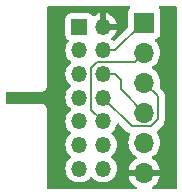
<source format=gbr>
%TF.GenerationSoftware,KiCad,Pcbnew,8.0.8-rc1*%
%TF.CreationDate,2026-02-12T14:51:53+09:00*%
%TF.ProjectId,jtag_14pa,6a746167-5f31-4347-9061-2e6b69636164,rev?*%
%TF.SameCoordinates,Original*%
%TF.FileFunction,Copper,L1,Top*%
%TF.FilePolarity,Positive*%
%FSLAX46Y46*%
G04 Gerber Fmt 4.6, Leading zero omitted, Abs format (unit mm)*
G04 Created by KiCad (PCBNEW 8.0.8-rc1) date 2026-02-12 14:51:53*
%MOMM*%
%LPD*%
G01*
G04 APERTURE LIST*
%TA.AperFunction,ComponentPad*%
%ADD10R,1.700000X1.700000*%
%TD*%
%TA.AperFunction,ComponentPad*%
%ADD11O,1.700000X1.700000*%
%TD*%
%TA.AperFunction,ComponentPad*%
%ADD12R,1.350000X1.350000*%
%TD*%
%TA.AperFunction,ComponentPad*%
%ADD13O,1.350000X1.350000*%
%TD*%
%TA.AperFunction,Conductor*%
%ADD14C,0.200000*%
%TD*%
G04 APERTURE END LIST*
D10*
%TO.P,J1,1,Pin_1*%
%TO.N,/TMS*%
X140500000Y-84150000D03*
D11*
%TO.P,J1,2,Pin_2*%
%TO.N,/TDI*%
X140500000Y-86690000D03*
%TO.P,J1,3,Pin_3*%
%TO.N,/TDO*%
X140500000Y-89230000D03*
%TO.P,J1,4,Pin_4*%
%TO.N,/TCK*%
X140500000Y-91770000D03*
%TO.P,J1,5,Pin_5*%
%TO.N,/GND*%
X140500000Y-94310000D03*
%TO.P,J1,6,Pin_6*%
%TO.N,/VDD*%
X140500000Y-96850000D03*
%TD*%
D12*
%TO.P,J2,1,Pin_1*%
%TO.N,unconnected-(J2-Pin_1-Pad1)*%
X135000000Y-84500000D03*
D13*
%TO.P,J2,2,Pin_2*%
%TO.N,/VDD*%
X137000000Y-84500000D03*
%TO.P,J2,3,Pin_3*%
%TO.N,/GND*%
X135000000Y-86500000D03*
%TO.P,J2,4,Pin_4*%
%TO.N,/TMS*%
X137000000Y-86500000D03*
%TO.P,J2,5,Pin_5*%
%TO.N,/GND*%
X135000000Y-88500000D03*
%TO.P,J2,6,Pin_6*%
%TO.N,/TCK*%
X137000000Y-88500000D03*
%TO.P,J2,7,Pin_7*%
%TO.N,/GND*%
X135000000Y-90500000D03*
%TO.P,J2,8,Pin_8*%
%TO.N,/TDO*%
X137000000Y-90500000D03*
%TO.P,J2,9,Pin_9*%
%TO.N,/GND*%
X135000000Y-92500000D03*
%TO.P,J2,10,Pin_10*%
%TO.N,/TDI*%
X137000000Y-92500000D03*
%TO.P,J2,11,Pin_11*%
%TO.N,/GND*%
X135000000Y-94500000D03*
%TO.P,J2,12,Pin_12*%
%TO.N,unconnected-(J2-Pin_12-Pad12)*%
X137000000Y-94500000D03*
%TO.P,J2,13,Pin_13*%
%TO.N,/GND*%
X135000000Y-96500000D03*
%TO.P,J2,14,Pin_14*%
%TO.N,unconnected-(J2-Pin_14-Pad14)*%
X137000000Y-96500000D03*
%TD*%
D14*
%TO.N,/TDI*%
X140500000Y-86690000D02*
X139715000Y-87475000D01*
X139715000Y-87475000D02*
X136525000Y-87475000D01*
X136525000Y-87475000D02*
X136025000Y-87975000D01*
X136025000Y-87975000D02*
X136025000Y-91525000D01*
X136025000Y-91525000D02*
X137000000Y-92500000D01*
%TO.N,/TMS*%
X140500000Y-84150000D02*
X140350000Y-84150000D01*
X138000000Y-86500000D02*
X137000000Y-86500000D01*
X140350000Y-84150000D02*
X138000000Y-86500000D01*
%TO.N,/TCK*%
X138500000Y-89770000D02*
X138500000Y-89000000D01*
X138000000Y-88500000D02*
X137000000Y-88500000D01*
X140500000Y-91770000D02*
X138500000Y-89770000D01*
X138500000Y-89000000D02*
X138000000Y-88500000D01*
%TO.N,/TDO*%
X141080000Y-92920000D02*
X139420000Y-92920000D01*
X141650000Y-90380000D02*
X141650000Y-92350000D01*
X140500000Y-89230000D02*
X141650000Y-90380000D01*
X141650000Y-92350000D02*
X141080000Y-92920000D01*
X139420000Y-92920000D02*
X137000000Y-90500000D01*
%TD*%
%TA.AperFunction,Conductor*%
%TO.N,/VDD*%
G36*
X139255468Y-82770185D02*
G01*
X139301223Y-82822989D01*
X139311167Y-82892147D01*
X139287695Y-82948811D01*
X139206206Y-83057664D01*
X139206202Y-83057671D01*
X139155908Y-83192517D01*
X139149501Y-83252116D01*
X139149501Y-83252123D01*
X139149500Y-83252135D01*
X139149500Y-84449902D01*
X139129815Y-84516941D01*
X139113181Y-84537583D01*
X137994680Y-85656083D01*
X137933357Y-85689568D01*
X137863665Y-85684584D01*
X137823461Y-85660040D01*
X137748053Y-85591297D01*
X137711774Y-85531587D01*
X137713534Y-85461740D01*
X137748056Y-85408023D01*
X137872054Y-85294985D01*
X138003284Y-85121208D01*
X138100348Y-84926280D01*
X138150505Y-84750000D01*
X137315686Y-84750000D01*
X137320080Y-84745606D01*
X137372741Y-84654394D01*
X137400000Y-84552661D01*
X137400000Y-84447339D01*
X137372741Y-84345606D01*
X137320080Y-84254394D01*
X137315686Y-84250000D01*
X138150505Y-84250000D01*
X138150505Y-84249999D01*
X138100348Y-84073719D01*
X138003284Y-83878791D01*
X137872054Y-83705014D01*
X137711131Y-83558314D01*
X137525987Y-83443677D01*
X137525985Y-83443676D01*
X137322931Y-83365013D01*
X137322921Y-83365010D01*
X137250001Y-83351378D01*
X137250000Y-83351379D01*
X137250000Y-84184314D01*
X137245606Y-84179920D01*
X137154394Y-84127259D01*
X137052661Y-84100000D01*
X136947339Y-84100000D01*
X136845606Y-84127259D01*
X136754394Y-84179920D01*
X136750000Y-84184314D01*
X136750000Y-83351379D01*
X136749998Y-83351378D01*
X136677078Y-83365010D01*
X136677068Y-83365013D01*
X136474014Y-83443676D01*
X136474012Y-83443677D01*
X136288869Y-83558314D01*
X136288868Y-83558314D01*
X136277887Y-83568325D01*
X136215082Y-83598940D01*
X136145695Y-83590740D01*
X136095086Y-83550997D01*
X136032546Y-83467454D01*
X136000783Y-83443676D01*
X135917335Y-83381206D01*
X135917328Y-83381202D01*
X135782482Y-83330908D01*
X135782483Y-83330908D01*
X135722883Y-83324501D01*
X135722881Y-83324500D01*
X135722873Y-83324500D01*
X135722864Y-83324500D01*
X134277129Y-83324500D01*
X134277123Y-83324501D01*
X134217516Y-83330908D01*
X134082671Y-83381202D01*
X134082664Y-83381206D01*
X133967455Y-83467452D01*
X133967452Y-83467455D01*
X133881206Y-83582664D01*
X133881202Y-83582671D01*
X133830908Y-83717517D01*
X133824501Y-83777116D01*
X133824500Y-83777135D01*
X133824500Y-85222870D01*
X133824501Y-85222876D01*
X133830908Y-85282483D01*
X133881202Y-85417328D01*
X133881206Y-85417335D01*
X133950358Y-85509709D01*
X133967454Y-85532546D01*
X134053105Y-85596664D01*
X134094975Y-85652597D01*
X134099959Y-85722289D01*
X134077748Y-85770656D01*
X133996288Y-85878528D01*
X133899184Y-86073537D01*
X133899183Y-86073541D01*
X133855710Y-86226335D01*
X133839564Y-86283081D01*
X133819464Y-86499999D01*
X133819464Y-86500000D01*
X133839564Y-86716918D01*
X133839564Y-86716920D01*
X133839565Y-86716923D01*
X133899183Y-86926459D01*
X133899184Y-86926462D01*
X133996288Y-87121472D01*
X134127574Y-87295324D01*
X134251572Y-87408363D01*
X134287854Y-87468074D01*
X134286093Y-87537922D01*
X134251572Y-87591637D01*
X134127574Y-87704675D01*
X133996288Y-87878527D01*
X133899184Y-88073537D01*
X133898625Y-88075501D01*
X133840241Y-88280703D01*
X133839564Y-88283081D01*
X133819464Y-88499999D01*
X133819464Y-88500000D01*
X133839564Y-88716918D01*
X133839564Y-88716920D01*
X133839565Y-88716923D01*
X133897614Y-88920943D01*
X133899184Y-88926462D01*
X133996288Y-89121472D01*
X134127574Y-89295324D01*
X134251572Y-89408363D01*
X134287854Y-89468074D01*
X134286093Y-89537922D01*
X134251572Y-89591637D01*
X134127574Y-89704675D01*
X133996288Y-89878527D01*
X133899184Y-90073537D01*
X133839564Y-90283081D01*
X133819464Y-90499999D01*
X133819464Y-90500000D01*
X133839564Y-90716918D01*
X133839564Y-90716920D01*
X133839565Y-90716923D01*
X133875108Y-90841844D01*
X133899184Y-90926462D01*
X133996288Y-91121472D01*
X134127574Y-91295324D01*
X134251572Y-91408363D01*
X134287854Y-91468074D01*
X134286093Y-91537922D01*
X134251572Y-91591637D01*
X134127574Y-91704675D01*
X133996288Y-91878527D01*
X133899184Y-92073537D01*
X133839564Y-92283081D01*
X133819464Y-92499999D01*
X133819464Y-92500000D01*
X133839564Y-92716918D01*
X133839564Y-92716920D01*
X133839565Y-92716923D01*
X133899183Y-92926459D01*
X133899184Y-92926462D01*
X133996288Y-93121472D01*
X134127574Y-93295324D01*
X134251572Y-93408363D01*
X134287854Y-93468074D01*
X134286093Y-93537922D01*
X134251572Y-93591637D01*
X134127574Y-93704675D01*
X133996288Y-93878527D01*
X133899184Y-94073537D01*
X133839564Y-94283081D01*
X133819464Y-94499999D01*
X133819464Y-94500000D01*
X133839564Y-94716918D01*
X133839564Y-94716920D01*
X133839565Y-94716923D01*
X133899183Y-94926459D01*
X133899184Y-94926462D01*
X133996288Y-95121472D01*
X134127574Y-95295324D01*
X134251572Y-95408363D01*
X134287854Y-95468074D01*
X134286093Y-95537922D01*
X134251572Y-95591637D01*
X134127574Y-95704675D01*
X133996288Y-95878527D01*
X133899184Y-96073537D01*
X133839564Y-96283081D01*
X133819464Y-96499999D01*
X133819464Y-96500000D01*
X133839564Y-96716918D01*
X133839564Y-96716920D01*
X133839565Y-96716923D01*
X133899183Y-96926459D01*
X133996288Y-97121472D01*
X134127573Y-97295322D01*
X134288568Y-97442088D01*
X134288575Y-97442092D01*
X134288576Y-97442093D01*
X134473786Y-97556770D01*
X134473792Y-97556773D01*
X134496664Y-97565633D01*
X134676931Y-97635470D01*
X134891074Y-97675500D01*
X134891076Y-97675500D01*
X135108924Y-97675500D01*
X135108926Y-97675500D01*
X135323069Y-97635470D01*
X135526210Y-97556772D01*
X135711432Y-97442088D01*
X135872427Y-97295322D01*
X135901047Y-97257422D01*
X135957153Y-97215787D01*
X136026865Y-97211094D01*
X136088048Y-97244836D01*
X136098946Y-97257414D01*
X136127573Y-97295322D01*
X136127576Y-97295325D01*
X136127578Y-97295327D01*
X136150173Y-97315925D01*
X136288568Y-97442088D01*
X136288575Y-97442092D01*
X136288576Y-97442093D01*
X136473786Y-97556770D01*
X136473792Y-97556773D01*
X136496664Y-97565633D01*
X136676931Y-97635470D01*
X136891074Y-97675500D01*
X136891076Y-97675500D01*
X137108924Y-97675500D01*
X137108926Y-97675500D01*
X137323069Y-97635470D01*
X137526210Y-97556772D01*
X137711432Y-97442088D01*
X137872427Y-97295322D01*
X138003712Y-97121472D01*
X138100817Y-96926459D01*
X138160435Y-96716923D01*
X138180536Y-96500000D01*
X138160435Y-96283077D01*
X138100817Y-96073541D01*
X138003712Y-95878528D01*
X137872427Y-95704678D01*
X137748423Y-95591634D01*
X137712145Y-95531927D01*
X137713905Y-95462079D01*
X137748423Y-95408365D01*
X137872427Y-95295322D01*
X138003712Y-95121472D01*
X138100817Y-94926459D01*
X138160435Y-94716923D01*
X138180536Y-94500000D01*
X138160435Y-94283077D01*
X138100817Y-94073541D01*
X138003712Y-93878528D01*
X137872427Y-93704678D01*
X137748423Y-93591634D01*
X137712145Y-93531927D01*
X137713905Y-93462079D01*
X137748423Y-93408365D01*
X137872427Y-93295322D01*
X138003712Y-93121472D01*
X138100817Y-92926459D01*
X138148599Y-92758522D01*
X138185875Y-92699433D01*
X138249184Y-92669875D01*
X138318424Y-92679236D01*
X138355544Y-92704779D01*
X138935139Y-93284374D01*
X138935149Y-93284385D01*
X138939479Y-93288715D01*
X138939480Y-93288716D01*
X139051284Y-93400520D01*
X139123283Y-93442088D01*
X139188215Y-93479577D01*
X139231175Y-93491088D01*
X139290835Y-93527454D01*
X139321364Y-93590301D01*
X139313069Y-93659676D01*
X139311463Y-93663267D01*
X139226099Y-93846330D01*
X139226094Y-93846344D01*
X139164938Y-94074586D01*
X139164936Y-94074596D01*
X139144341Y-94309999D01*
X139144341Y-94310000D01*
X139164936Y-94545403D01*
X139164938Y-94545413D01*
X139226094Y-94773655D01*
X139226096Y-94773659D01*
X139226097Y-94773663D01*
X139297347Y-94926459D01*
X139325965Y-94987830D01*
X139325967Y-94987834D01*
X139419542Y-95121472D01*
X139461505Y-95181401D01*
X139628599Y-95348495D01*
X139799375Y-95468074D01*
X139814594Y-95478730D01*
X139858219Y-95533307D01*
X139865413Y-95602805D01*
X139833890Y-95665160D01*
X139814595Y-95681880D01*
X139628922Y-95811890D01*
X139628920Y-95811891D01*
X139461891Y-95978920D01*
X139461886Y-95978926D01*
X139326400Y-96172420D01*
X139326399Y-96172422D01*
X139226570Y-96386507D01*
X139226567Y-96386513D01*
X139169364Y-96599999D01*
X139169364Y-96600000D01*
X140066988Y-96600000D01*
X140034075Y-96657007D01*
X140000000Y-96784174D01*
X140000000Y-96915826D01*
X140034075Y-97042993D01*
X140066988Y-97100000D01*
X139169364Y-97100000D01*
X139226567Y-97313486D01*
X139226570Y-97313492D01*
X139326399Y-97527578D01*
X139461894Y-97721082D01*
X139628917Y-97888105D01*
X139822886Y-98023925D01*
X139866511Y-98078503D01*
X139873703Y-98148001D01*
X139842181Y-98210356D01*
X139781951Y-98245769D01*
X139751762Y-98249500D01*
X132374500Y-98249500D01*
X132307461Y-98229815D01*
X132261706Y-98177011D01*
X132250500Y-98125500D01*
X132250500Y-91434110D01*
X132250500Y-91434108D01*
X132216392Y-91306814D01*
X132150500Y-91192686D01*
X132057314Y-91099500D01*
X132000250Y-91066554D01*
X131943187Y-91033608D01*
X131879539Y-91016554D01*
X131815892Y-90999500D01*
X131815891Y-90999500D01*
X128874500Y-90999500D01*
X128807461Y-90979815D01*
X128761706Y-90927011D01*
X128750500Y-90875500D01*
X128750500Y-90124500D01*
X128770185Y-90057461D01*
X128822989Y-90011706D01*
X128874500Y-90000500D01*
X131815890Y-90000500D01*
X131815892Y-90000500D01*
X131943186Y-89966392D01*
X132057314Y-89900500D01*
X132150500Y-89807314D01*
X132216392Y-89693186D01*
X132250500Y-89565892D01*
X132250500Y-82874500D01*
X132270185Y-82807461D01*
X132322989Y-82761706D01*
X132374500Y-82750500D01*
X139188429Y-82750500D01*
X139255468Y-82770185D01*
G37*
%TD.AperFunction*%
%TA.AperFunction,Conductor*%
G36*
X143192539Y-82770185D02*
G01*
X143238294Y-82822989D01*
X143249500Y-82874500D01*
X143249500Y-98125500D01*
X143229815Y-98192539D01*
X143177011Y-98238294D01*
X143125500Y-98249500D01*
X141248238Y-98249500D01*
X141181199Y-98229815D01*
X141135444Y-98177011D01*
X141125500Y-98107853D01*
X141154525Y-98044297D01*
X141177114Y-98023925D01*
X141371082Y-97888105D01*
X141538105Y-97721082D01*
X141673600Y-97527578D01*
X141773429Y-97313492D01*
X141773432Y-97313486D01*
X141830636Y-97100000D01*
X140933012Y-97100000D01*
X140965925Y-97042993D01*
X141000000Y-96915826D01*
X141000000Y-96784174D01*
X140965925Y-96657007D01*
X140933012Y-96600000D01*
X141830636Y-96600000D01*
X141830635Y-96599999D01*
X141773432Y-96386513D01*
X141773429Y-96386507D01*
X141673600Y-96172422D01*
X141673599Y-96172420D01*
X141538113Y-95978926D01*
X141538108Y-95978920D01*
X141371078Y-95811890D01*
X141185405Y-95681879D01*
X141141780Y-95627302D01*
X141134588Y-95557804D01*
X141166110Y-95495449D01*
X141185406Y-95478730D01*
X141371401Y-95348495D01*
X141538495Y-95181401D01*
X141674035Y-94987830D01*
X141773903Y-94773663D01*
X141835063Y-94545408D01*
X141855659Y-94310000D01*
X141853303Y-94283077D01*
X141835063Y-94074596D01*
X141835063Y-94074592D01*
X141773903Y-93846337D01*
X141674035Y-93632171D01*
X141545516Y-93448626D01*
X141523190Y-93382422D01*
X141540200Y-93314655D01*
X141559409Y-93289826D01*
X141560520Y-93288716D01*
X141560521Y-93288714D01*
X142130520Y-92718716D01*
X142209577Y-92581784D01*
X142250501Y-92429057D01*
X142250501Y-92270942D01*
X142250501Y-92263347D01*
X142250500Y-92263329D01*
X142250500Y-90469060D01*
X142250501Y-90469047D01*
X142250501Y-90300944D01*
X142250501Y-90300943D01*
X142209577Y-90148216D01*
X142166464Y-90073541D01*
X142130524Y-90011290D01*
X142130518Y-90011282D01*
X141832766Y-89713530D01*
X141799281Y-89652207D01*
X141800672Y-89593755D01*
X141808138Y-89565892D01*
X141835063Y-89465408D01*
X141855659Y-89230000D01*
X141835063Y-88994592D01*
X141778271Y-88782637D01*
X141773905Y-88766344D01*
X141773904Y-88766343D01*
X141773903Y-88766337D01*
X141674035Y-88552171D01*
X141538495Y-88358599D01*
X141538494Y-88358597D01*
X141371402Y-88191506D01*
X141371396Y-88191501D01*
X141185842Y-88061575D01*
X141142217Y-88006998D01*
X141135023Y-87937500D01*
X141166546Y-87875145D01*
X141185842Y-87858425D01*
X141208026Y-87842891D01*
X141371401Y-87728495D01*
X141538495Y-87561401D01*
X141674035Y-87367830D01*
X141773903Y-87153663D01*
X141835063Y-86925408D01*
X141855659Y-86690000D01*
X141835063Y-86454592D01*
X141773903Y-86226337D01*
X141674035Y-86012171D01*
X141577015Y-85873612D01*
X141538496Y-85818600D01*
X141490552Y-85770656D01*
X141416567Y-85696671D01*
X141383084Y-85635351D01*
X141388068Y-85565659D01*
X141429939Y-85509725D01*
X141460915Y-85492810D01*
X141592331Y-85443796D01*
X141707546Y-85357546D01*
X141793796Y-85242331D01*
X141844091Y-85107483D01*
X141850500Y-85047873D01*
X141850499Y-83252128D01*
X141844091Y-83192517D01*
X141793796Y-83057669D01*
X141793795Y-83057668D01*
X141793793Y-83057664D01*
X141712305Y-82948811D01*
X141687887Y-82883347D01*
X141702738Y-82815074D01*
X141752143Y-82765668D01*
X141811571Y-82750500D01*
X143125500Y-82750500D01*
X143192539Y-82770185D01*
G37*
%TD.AperFunction*%
%TD*%
M02*

</source>
